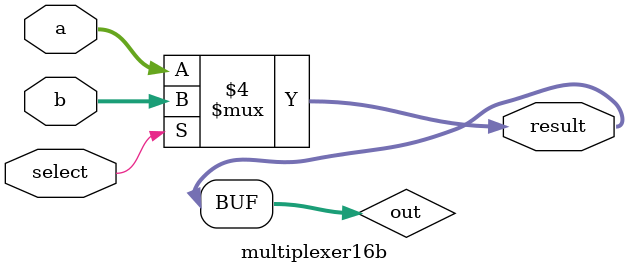
<source format=v>
module multiplexer16b(
    input [15:0] a,
    input [15:0] b,
    input select,
    output [15:0] result
//    input clk
    );
//    wire [15:0] a,b;
    reg [15:0] out;
	 assign result = out;
     
    always @(a,b,select)
    begin
    if(select==0)
        out=a;
    else
        out=b;
    end    
endmodule
</source>
